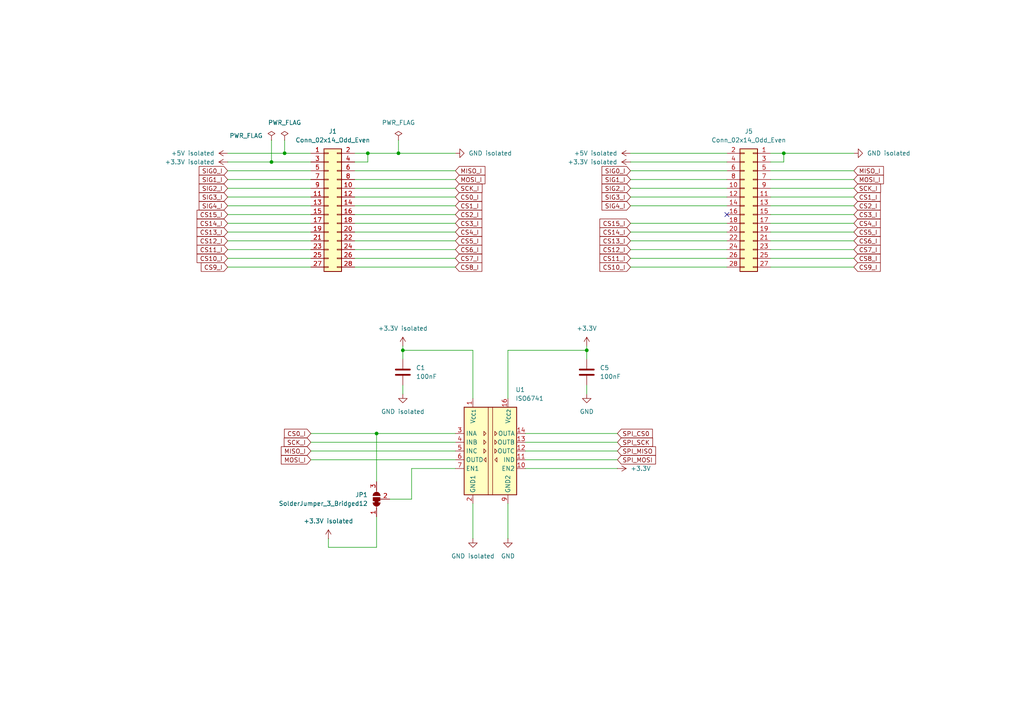
<source format=kicad_sch>
(kicad_sch (version 20231120) (generator "eeschema") (generator_version "8.0")
  (paper "A4")
  (title_block (title "PLC IO Module") (rev "1.0.0") (company "Dawid Kania"))
  (lib_symbols
    (symbol "Connector_Generic:Conn_02x14_Odd_Even" (pin_names (offset 1.016) hide)
      (property "Reference" "J" (at 1.27 17.78 0))
      (property "Value" "Conn_02x14_Odd_Even" (at 1.27 -20.32 0))
      (symbol "Conn_02x14_Odd_Even_1_1"
        (rectangle (start -1.27 -17.653) (end 0 -17.907) (stroke (width 0.1524)))
        (rectangle (start -1.27 -15.113) (end 0 -15.367) (stroke (width 0.1524)))
        (rectangle (start -1.27 -12.573) (end 0 -12.827) (stroke (width 0.1524)))
        (rectangle (start -1.27 -10.033) (end 0 -10.287) (stroke (width 0.1524)))
        (rectangle (start -1.27 -7.493) (end 0 -7.747) (stroke (width 0.1524)))
        (rectangle (start -1.27 -4.953) (end 0 -5.207) (stroke (width 0.1524)))
        (rectangle (start -1.27 -2.413) (end 0 -2.667) (stroke (width 0.1524)))
        (rectangle (start -1.27 0.127) (end 0 -0.127) (stroke (width 0.1524)))
        (rectangle (start -1.27 2.667) (end 0 2.413) (stroke (width 0.1524)))
        (rectangle (start -1.27 5.207) (end 0 4.953) (stroke (width 0.1524)))
        (rectangle (start -1.27 7.747) (end 0 7.493) (stroke (width 0.1524)))
        (rectangle (start -1.27 10.287) (end 0 10.033) (stroke (width 0.1524)))
        (rectangle (start -1.27 12.827) (end 0 12.573) (stroke (width 0.1524)))
        (rectangle (start -1.27 15.367) (end 0 15.113) (stroke (width 0.1524)))
        (rectangle (start -1.27 16.51) (end 3.81 -19.05) (stroke (width 0.254)) (fill (type background)))
        (rectangle (start 3.81 -17.653) (end 2.54 -17.907) (stroke (width 0.1524)))
        (rectangle (start 3.81 -15.113) (end 2.54 -15.367) (stroke (width 0.1524)))
        (rectangle (start 3.81 -12.573) (end 2.54 -12.827) (stroke (width 0.1524)))
        (rectangle (start 3.81 -10.033) (end 2.54 -10.287) (stroke (width 0.1524)))
        (rectangle (start 3.81 -7.493) (end 2.54 -7.747) (stroke (width 0.1524)))
        (rectangle (start 3.81 -4.953) (end 2.54 -5.207) (stroke (width 0.1524)))
        (rectangle (start 3.81 -2.413) (end 2.54 -2.667) (stroke (width 0.1524)))
        (rectangle (start 3.81 0.127) (end 2.54 -0.127) (stroke (width 0.1524)))
        (rectangle (start 3.81 2.667) (end 2.54 2.413) (stroke (width 0.1524)))
        (rectangle (start 3.81 5.207) (end 2.54 4.953) (stroke (width 0.1524)))
        (rectangle (start 3.81 7.747) (end 2.54 7.493) (stroke (width 0.1524)))
        (rectangle (start 3.81 10.287) (end 2.54 10.033) (stroke (width 0.1524)))
        (rectangle (start 3.81 12.827) (end 2.54 12.573) (stroke (width 0.1524)))
        (rectangle (start 3.81 15.367) (end 2.54 15.113) (stroke (width 0.1524)))
        (pin passive line (at -5.08 15.24 0) (length 3.81) (name "Pin_1") (number "1"))
        (pin passive line (at 7.62 5.08 180) (length 3.81) (name "Pin_10") (number "10"))
        (pin passive line (at -5.08 2.54 0) (length 3.81) (name "Pin_11") (number "11"))
        (pin passive line (at 7.62 2.54 180) (length 3.81) (name "Pin_12") (number "12"))
        (pin passive line (at -5.08 0 0) (length 3.81) (name "Pin_13") (number "13"))
        (pin passive line (at 7.62 0 180) (length 3.81) (name "Pin_14") (number "14"))
        (pin passive line (at -5.08 -2.54 0) (length 3.81) (name "Pin_15") (number "15"))
        (pin passive line (at 7.62 -2.54 180) (length 3.81) (name "Pin_16") (number "16"))
        (pin passive line (at -5.08 -5.08 0) (length 3.81) (name "Pin_17") (number "17"))
        (pin passive line (at 7.62 -5.08 180) (length 3.81) (name "Pin_18") (number "18"))
        (pin passive line (at -5.08 -7.62 0) (length 3.81) (name "Pin_19") (number "19"))
        (pin passive line (at 7.62 15.24 180) (length 3.81) (name "Pin_2") (number "2"))
        (pin passive line (at 7.62 -7.62 180) (length 3.81) (name "Pin_20") (number "20"))
        (pin passive line (at -5.08 -10.16 0) (length 3.81) (name "Pin_21") (number "21"))
        (pin passive line (at 7.62 -10.16 180) (length 3.81) (name "Pin_22") (number "22"))
        (pin passive line (at -5.08 -12.7 0) (length 3.81) (name "Pin_23") (number "23"))
        (pin passive line (at 7.62 -12.7 180) (length 3.81) (name "Pin_24") (number "24"))
        (pin passive line (at -5.08 -15.24 0) (length 3.81) (name "Pin_25") (number "25"))
        (pin passive line (at 7.62 -15.24 180) (length 3.81) (name "Pin_26") (number "26"))
        (pin passive line (at -5.08 -17.78 0) (length 3.81) (name "Pin_27") (number "27"))
        (pin passive line (at 7.62 -17.78 180) (length 3.81) (name "Pin_28") (number "28"))
        (pin passive line (at -5.08 12.7 0) (length 3.81) (name "Pin_3") (number "3"))
        (pin passive line (at 7.62 12.7 180) (length 3.81) (name "Pin_4") (number "4"))
        (pin passive line (at -5.08 10.16 0) (length 3.81) (name "Pin_5") (number "5"))
        (pin passive line (at 7.62 10.16 180) (length 3.81) (name "Pin_6") (number "6"))
        (pin passive line (at -5.08 7.62 0) (length 3.81) (name "Pin_7") (number "7"))
        (pin passive line (at 7.62 7.62 180) (length 3.81) (name "Pin_8") (number "8"))
        (pin passive line (at -5.08 5.08 0) (length 3.81) (name "Pin_9") (number "9"))
      )
    )
    (symbol "Device:C" (pin_numbers hide) (pin_names (offset 0.254))
      (property "Reference" "C" (at 0.635 2.54 0))
      (property "Value" "C" (at 0.635 -2.54 0))
      (symbol "C_0_1"
        (polyline (pts (xy -2.032 -0.762) (xy 2.032 -0.762)) (stroke (width 0.508)))
        (polyline (pts (xy -2.032 0.762) (xy 2.032 0.762)) (stroke (width 0.508)))
      )
      (symbol "C_1_1"
        (pin passive line (at 0 3.81 270) (length 2.794) (name "~") (number "1"))
        (pin passive line (at 0 -3.81 90) (length 2.794) (name "~") (number "2"))
      )
    )
    (symbol "Isolator:ISO6741"
      (property "Reference" "U" (at 8.255 14.605 0))
      (property "Value" "ISO6741" (at 8.255 12.065 0))
      (symbol "ISO6741_0_1"
        (rectangle (start -7.62 12.7) (end 7.62 -12.7) (stroke (width 0.254)) (fill (type background)))
        (polyline (pts (xy -0.635 12.7) (xy -0.635 -12.7)))
        (polyline (pts (xy 0.635 12.7) (xy 0.635 -12.7)))
      )
      (symbol "ISO6741_1_1"
        (polyline (pts (xy -1.905 -0.635) (xy -1.27 0) (xy -1.905 0.635) (xy -1.905 -0.635)))
        (polyline (pts (xy -1.905 3.175) (xy -1.27 2.54) (xy -1.905 1.905) (xy -1.905 3.175)))
        (polyline (pts (xy -1.905 5.715) (xy -1.27 5.08) (xy -1.905 4.445) (xy -1.905 5.715)))
        (polyline (pts (xy -1.27 -3.175) (xy -1.905 -2.54) (xy -1.27 -1.905) (xy -1.27 -3.175)))
        (polyline (pts (xy 1.27 -0.635) (xy 1.905 0) (xy 1.27 0.635) (xy 1.27 -0.635)))
        (polyline (pts (xy 1.27 3.175) (xy 1.905 2.54) (xy 1.27 1.905) (xy 1.27 3.175)))
        (polyline (pts (xy 1.27 5.715) (xy 1.905 5.08) (xy 1.27 4.445) (xy 1.27 5.715)))
        (polyline (pts (xy 1.905 -3.175) (xy 1.27 -2.54) (xy 1.905 -1.905) (xy 1.905 -3.175)))
        (pin power_in line (at -5.08 15.24 270) (length 2.54) (name "V_{CC1}") (number "1"))
        (pin input line (at 10.16 -5.08 180) (length 2.54) (name "EN2") (number "10"))
        (pin input line (at 10.16 -2.54 180) (length 2.54) (name "IND") (number "11"))
        (pin output line (at 10.16 0 180) (length 2.54) (name "OUTC") (number "12"))
        (pin output line (at 10.16 2.54 180) (length 2.54) (name "OUTB") (number "13"))
        (pin output line (at 10.16 5.08 180) (length 2.54) (name "OUTA") (number "14"))
        (pin passive line (at 5.08 -15.24 90) (length 2.54) hide (name "GND2") (number "15"))
        (pin power_in line (at 5.08 15.24 270) (length 2.54) (name "V_{CC2}") (number "16"))
        (pin power_in line (at -5.08 -15.24 90) (length 2.54) (name "GND1") (number "2"))
        (pin input line (at -10.16 5.08 0) (length 2.54) (name "INA") (number "3"))
        (pin input line (at -10.16 2.54 0) (length 2.54) (name "INB") (number "4"))
        (pin input line (at -10.16 0 0) (length 2.54) (name "INC") (number "5"))
        (pin output line (at -10.16 -2.54 0) (length 2.54) (name "OUTD") (number "6"))
        (pin input line (at -10.16 -5.08 0) (length 2.54) (name "EN1") (number "7"))
        (pin passive line (at -5.08 -15.24 90) (length 2.54) hide (name "GND1") (number "8"))
        (pin power_in line (at 5.08 -15.24 90) (length 2.54) (name "GND2") (number "9"))
      )
    )
    (symbol "Jumper:SolderJumper_3_Bridged12" (pin_names (offset 0) hide)
      (property "Reference" "JP" (at -2.54 -2.54 0))
      (property "Value" "SolderJumper_3_Bridged12" (at 0 2.794 0))
      (symbol "SolderJumper_3_Bridged12_0_1"
        (rectangle (start -1.016 0.508) (end -0.508 -0.508) (fill (type outline)))
        (arc (start -1.016 1.016) (mid -2.0276 0) (end -1.016 -1.016))
        (arc (start -1.016 1.016) (mid -2.0276 0) (end -1.016 -1.016) (fill (type outline)))
        (rectangle (start -0.508 1.016) (end 0.508 -1.016) (fill (type outline)))
        (polyline (pts (xy -2.54 0) (xy -2.032 0)))
        (polyline (pts (xy -1.016 1.016) (xy -1.016 -1.016)))
        (polyline (pts (xy 0 -1.27) (xy 0 -1.016)))
        (polyline (pts (xy 1.016 1.016) (xy 1.016 -1.016)))
        (polyline (pts (xy 2.54 0) (xy 2.032 0)))
        (arc (start 1.016 -1.016) (mid 2.0276 0) (end 1.016 1.016))
        (arc (start 1.016 -1.016) (mid 2.0276 0) (end 1.016 1.016) (fill (type outline)))
      )
      (symbol "SolderJumper_3_Bridged12_1_1"
        (pin passive line (at -5.08 0 0) (length 2.54) (name "A") (number "1"))
        (pin passive line (at 0 -3.81 90) (length 2.54) (name "C") (number "2"))
        (pin passive line (at 5.08 0 180) (length 2.54) (name "B") (number "3"))
      )
    )
    (symbol "power:+3.3V" (power) (pin_numbers hide) (pin_names (offset 0) hide)
      (property "Value" "+3.3V" (at 0 3.556 0))
      (symbol "+3.3V_0_1"
        (polyline (pts (xy -0.762 1.27) (xy 0 2.54)))
        (polyline (pts (xy 0 0) (xy 0 2.54)))
        (polyline (pts (xy 0 2.54) (xy 0.762 1.27)))
      )
      (symbol "+3.3V_1_1"
        (pin power_in line (at 0 0 90) (length 0) (name "~") (number "1"))
      )
    )
    (symbol "power:+5V" (power) (pin_numbers hide) (pin_names (offset 0) hide)
      (property "Value" "+5V" (at 0 3.556 0))
      (symbol "+5V_0_1"
        (polyline (pts (xy -0.762 1.27) (xy 0 2.54)))
        (polyline (pts (xy 0 0) (xy 0 2.54)))
        (polyline (pts (xy 0 2.54) (xy 0.762 1.27)))
      )
      (symbol "+5V_1_1"
        (pin power_in line (at 0 0 90) (length 0) (name "~") (number "1"))
      )
    )
    (symbol "power:GND" (power) (pin_numbers hide) (pin_names (offset 0) hide)
      (property "Value" "GND" (at 0 -3.81 0))
      (symbol "GND_0_1"
        (polyline (pts (xy 0 0) (xy 0 -1.27) (xy 1.27 -1.27) (xy 0 -2.54) (xy -1.27 -1.27) (xy 0 -1.27)))
      )
      (symbol "GND_1_1"
        (pin power_in line (at 0 0 270) (length 0) (name "~") (number "1"))
      )
    )
    (symbol "power:PWR_FLAG" (power) (pin_numbers hide) (pin_names (offset 0) hide)
      (property "Value" "PWR_FLAG" (at 0 3.81 0))
      (symbol "PWR_FLAG_0_0"
        (pin power_out line (at 0 0 90) (length 0) (name "~") (number "1"))
      )
      (symbol "PWR_FLAG_0_1"
        (polyline (pts (xy 0 0) (xy 0 1.27) (xy -1.016 1.905) (xy 0 2.54) (xy 1.016 1.905) (xy 0 1.27)))
      )
    )
  )
  (junction (at 227.33 44.45))
  (junction (at 109.22 125.73))
  (junction (at 78.74 46.99))
  (junction (at 82.55 44.45))
  (junction (at 170.18 101.6))
  (junction (at 115.57 44.45))
  (junction (at 106.68 44.45))
  (junction (at 116.84 101.6))
  (no_connect (at 210.82 62.23))
  (wire (pts (xy 223.52 59.69) (xy 247.65 59.69)))
  (wire (pts (xy 116.84 111.76) (xy 116.84 114.3)))
  (wire (pts (xy 90.17 44.45) (xy 82.55 44.45)))
  (wire (pts (xy 102.87 49.53) (xy 132.08 49.53)))
  (wire (pts (xy 66.04 49.53) (xy 90.17 49.53)))
  (wire (pts (xy 182.88 52.07) (xy 210.82 52.07)))
  (wire (pts (xy 95.25 158.75) (xy 109.22 158.75)))
  (wire (pts (xy 210.82 44.45) (xy 182.88 44.45)))
  (wire (pts (xy 119.38 135.89) (xy 119.38 144.78)))
  (wire (pts (xy 66.04 54.61) (xy 90.17 54.61)))
  (wire (pts (xy 102.87 59.69) (xy 132.08 59.69)))
  (wire (pts (xy 182.88 77.47) (xy 210.82 77.47)))
  (wire (pts (xy 66.04 67.31) (xy 90.17 67.31)))
  (wire (pts (xy 182.88 64.77) (xy 210.82 64.77)))
  (wire (pts (xy 182.88 57.15) (xy 210.82 57.15)))
  (wire (pts (xy 109.22 125.73) (xy 109.22 139.7)))
  (wire (pts (xy 90.17 125.73) (xy 109.22 125.73)))
  (wire (pts (xy 223.52 57.15) (xy 247.65 57.15)))
  (wire (pts (xy 223.52 74.93) (xy 247.65 74.93)))
  (wire (pts (xy 102.87 72.39) (xy 132.08 72.39)))
  (wire (pts (xy 66.04 59.69) (xy 90.17 59.69)))
  (wire (pts (xy 102.87 69.85) (xy 132.08 69.85)))
  (wire (pts (xy 102.87 64.77) (xy 132.08 64.77)))
  (wire (pts (xy 223.52 44.45) (xy 227.33 44.45)))
  (wire (pts (xy 182.88 46.99) (xy 210.82 46.99)))
  (wire (pts (xy 132.08 135.89) (xy 119.38 135.89)))
  (wire (pts (xy 106.68 44.45) (xy 115.57 44.45)))
  (wire (pts (xy 137.16 101.6) (xy 116.84 101.6)))
  (wire (pts (xy 152.4 135.89) (xy 179.07 135.89)))
  (wire (pts (xy 152.4 125.73) (xy 179.07 125.73)))
  (wire (pts (xy 170.18 100.33) (xy 170.18 101.6)))
  (wire (pts (xy 102.87 52.07) (xy 132.08 52.07)))
  (wire (pts (xy 102.87 57.15) (xy 132.08 57.15)))
  (wire (pts (xy 106.68 46.99) (xy 106.68 44.45)))
  (wire (pts (xy 170.18 111.76) (xy 170.18 114.3)))
  (wire (pts (xy 223.52 64.77) (xy 247.65 64.77)))
  (wire (pts (xy 182.88 54.61) (xy 210.82 54.61)))
  (wire (pts (xy 66.04 52.07) (xy 90.17 52.07)))
  (wire (pts (xy 182.88 74.93) (xy 210.82 74.93)))
  (wire (pts (xy 152.4 130.81) (xy 179.07 130.81)))
  (wire (pts (xy 152.4 128.27) (xy 179.07 128.27)))
  (wire (pts (xy 82.55 44.45) (xy 66.04 44.45)))
  (wire (pts (xy 182.88 72.39) (xy 210.82 72.39)))
  (wire (pts (xy 102.87 62.23) (xy 132.08 62.23)))
  (wire (pts (xy 66.04 57.15) (xy 90.17 57.15)))
  (wire (pts (xy 66.04 77.47) (xy 90.17 77.47)))
  (wire (pts (xy 66.04 46.99) (xy 78.74 46.99)))
  (wire (pts (xy 102.87 54.61) (xy 132.08 54.61)))
  (wire (pts (xy 223.52 77.47) (xy 247.65 77.47)))
  (wire (pts (xy 182.88 59.69) (xy 210.82 59.69)))
  (wire (pts (xy 227.33 46.99) (xy 227.33 44.45)))
  (wire (pts (xy 223.52 62.23) (xy 247.65 62.23)))
  (wire (pts (xy 223.52 69.85) (xy 247.65 69.85)))
  (wire (pts (xy 223.52 54.61) (xy 247.65 54.61)))
  (wire (pts (xy 90.17 130.81) (xy 132.08 130.81)))
  (wire (pts (xy 115.57 40.64) (xy 115.57 44.45)))
  (wire (pts (xy 227.33 44.45) (xy 247.65 44.45)))
  (wire (pts (xy 137.16 101.6) (xy 137.16 115.57)))
  (wire (pts (xy 223.52 67.31) (xy 247.65 67.31)))
  (wire (pts (xy 66.04 62.23) (xy 90.17 62.23)))
  (wire (pts (xy 147.32 101.6) (xy 147.32 115.57)))
  (wire (pts (xy 102.87 44.45) (xy 106.68 44.45)))
  (wire (pts (xy 182.88 49.53) (xy 210.82 49.53)))
  (wire (pts (xy 66.04 74.93) (xy 90.17 74.93)))
  (wire (pts (xy 223.52 52.07) (xy 247.65 52.07)))
  (wire (pts (xy 102.87 67.31) (xy 132.08 67.31)))
  (wire (pts (xy 116.84 100.33) (xy 116.84 101.6)))
  (wire (pts (xy 170.18 101.6) (xy 147.32 101.6)))
  (wire (pts (xy 90.17 133.35) (xy 132.08 133.35)))
  (wire (pts (xy 182.88 69.85) (xy 210.82 69.85)))
  (wire (pts (xy 66.04 72.39) (xy 90.17 72.39)))
  (wire (pts (xy 223.52 49.53) (xy 247.65 49.53)))
  (wire (pts (xy 90.17 128.27) (xy 132.08 128.27)))
  (wire (pts (xy 116.84 101.6) (xy 116.84 104.14)))
  (wire (pts (xy 66.04 69.85) (xy 90.17 69.85)))
  (wire (pts (xy 119.38 144.78) (xy 113.03 144.78)))
  (wire (pts (xy 82.55 40.64) (xy 82.55 44.45)))
  (wire (pts (xy 170.18 101.6) (xy 170.18 104.14)))
  (wire (pts (xy 115.57 44.45) (xy 132.08 44.45)))
  (wire (pts (xy 66.04 64.77) (xy 90.17 64.77)))
  (wire (pts (xy 137.16 156.21) (xy 137.16 146.05)))
  (wire (pts (xy 223.52 72.39) (xy 247.65 72.39)))
  (wire (pts (xy 78.74 40.64) (xy 78.74 46.99)))
  (wire (pts (xy 152.4 133.35) (xy 179.07 133.35)))
  (wire (pts (xy 78.74 46.99) (xy 90.17 46.99)))
  (wire (pts (xy 109.22 125.73) (xy 132.08 125.73)))
  (wire (pts (xy 102.87 77.47) (xy 132.08 77.47)))
  (wire (pts (xy 182.88 67.31) (xy 210.82 67.31)))
  (wire (pts (xy 102.87 74.93) (xy 132.08 74.93)))
  (wire (pts (xy 102.87 46.99) (xy 106.68 46.99)))
  (wire (pts (xy 147.32 156.21) (xy 147.32 146.05)))
  (wire (pts (xy 223.52 46.99) (xy 227.33 46.99)))
  (wire (pts (xy 109.22 158.75) (xy 109.22 149.86)))
  (wire (pts (xy 95.25 158.75) (xy 95.25 156.21)))
  (global_label "CS2_I" (shape input) (at 132.08 62.23 0) (property "Intersheetrefs" "${INTERSHEET_REFS}" (effects (hide yes))))
  (global_label "CS8_I" (shape input) (at 132.08 77.47 0) (property "Intersheetrefs" "${INTERSHEET_REFS}" (effects (hide yes))))
  (global_label "CS4_I" (shape input) (at 132.08 67.31 0) (property "Intersheetrefs" "${INTERSHEET_REFS}" (effects (hide yes))))
  (global_label "CS11_I" (shape input) (at 66.04 72.39 180) (property "Intersheetrefs" "${INTERSHEET_REFS}" (effects (hide yes))))
  (global_label "MOSI_I" (shape input) (at 90.17 133.35 180) (property "Intersheetrefs" "${INTERSHEET_REFS}" (effects (hide yes))))
  (global_label "SPI_MOSI" (shape input) (at 179.07 133.35 0) (property "Intersheetrefs" "${INTERSHEET_REFS}" (effects (hide yes))))
  (global_label "MISO_I" (shape input) (at 247.65 49.53 0) (property "Intersheetrefs" "${INTERSHEET_REFS}" (effects (hide yes))))
  (global_label "CS2_I" (shape input) (at 247.65 59.69 0) (property "Intersheetrefs" "${INTERSHEET_REFS}" (effects (hide yes))))
  (global_label "CS10_I" (shape input) (at 66.04 74.93 180) (property "Intersheetrefs" "${INTERSHEET_REFS}" (effects (hide yes))))
  (global_label "CS4_I" (shape input) (at 247.65 64.77 0) (property "Intersheetrefs" "${INTERSHEET_REFS}" (effects (hide yes))))
  (global_label "SIG2_I" (shape input) (at 66.04 54.61 180) (property "Intersheetrefs" "${INTERSHEET_REFS}" (effects (hide yes))))
  (global_label "SPI_SCK" (shape input) (at 179.07 128.27 0) (property "Intersheetrefs" "${INTERSHEET_REFS}" (effects (hide yes))))
  (global_label "SIG0_I" (shape input) (at 66.04 49.53 180) (property "Intersheetrefs" "${INTERSHEET_REFS}" (effects (hide yes))))
  (global_label "SPI_MISO" (shape input) (at 179.07 130.81 0) (property "Intersheetrefs" "${INTERSHEET_REFS}" (effects (hide yes))))
  (global_label "MOSI_I" (shape input) (at 247.65 52.07 0) (property "Intersheetrefs" "${INTERSHEET_REFS}" (effects (hide yes))))
  (global_label "CS0_I" (shape input) (at 90.17 125.73 180) (property "Intersheetrefs" "${INTERSHEET_REFS}" (effects (hide yes))))
  (global_label "SIG3_I" (shape input) (at 182.88 57.15 180) (property "Intersheetrefs" "${INTERSHEET_REFS}" (effects (hide yes))))
  (global_label "CS7_I" (shape input) (at 132.08 74.93 0) (property "Intersheetrefs" "${INTERSHEET_REFS}" (effects (hide yes))))
  (global_label "CS14_I" (shape input) (at 66.04 64.77 180) (property "Intersheetrefs" "${INTERSHEET_REFS}" (effects (hide yes))))
  (global_label "CS6_I" (shape input) (at 247.65 69.85 0) (property "Intersheetrefs" "${INTERSHEET_REFS}" (effects (hide yes))))
  (global_label "MOSI_I" (shape input) (at 132.08 52.07 0) (property "Intersheetrefs" "${INTERSHEET_REFS}" (effects (hide yes))))
  (global_label "SCK_I" (shape input) (at 90.17 128.27 180) (property "Intersheetrefs" "${INTERSHEET_REFS}" (effects (hide yes))))
  (global_label "SIG4_I" (shape input) (at 66.04 59.69 180) (property "Intersheetrefs" "${INTERSHEET_REFS}" (effects (hide yes))))
  (global_label "SIG1_I" (shape input) (at 182.88 52.07 180) (property "Intersheetrefs" "${INTERSHEET_REFS}" (effects (hide yes))))
  (global_label "SIG3_I" (shape input) (at 66.04 57.15 180) (property "Intersheetrefs" "${INTERSHEET_REFS}" (effects (hide yes))))
  (global_label "CS1_I" (shape input) (at 247.65 57.15 0) (property "Intersheetrefs" "${INTERSHEET_REFS}" (effects (hide yes))))
  (global_label "SCK_I" (shape input) (at 132.08 54.61 0) (property "Intersheetrefs" "${INTERSHEET_REFS}" (effects (hide yes))))
  (global_label "CS11_I" (shape input) (at 182.88 74.93 180) (property "Intersheetrefs" "${INTERSHEET_REFS}" (effects (hide yes))))
  (global_label "CS12_I" (shape input) (at 182.88 72.39 180) (property "Intersheetrefs" "${INTERSHEET_REFS}" (effects (hide yes))))
  (global_label "CS0_I" (shape input) (at 132.08 57.15 0) (property "Intersheetrefs" "${INTERSHEET_REFS}" (effects (hide yes))))
  (global_label "CS13_I" (shape input) (at 66.04 67.31 180) (property "Intersheetrefs" "${INTERSHEET_REFS}" (effects (hide yes))))
  (global_label "MISO_I" (shape input) (at 90.17 130.81 180) (property "Intersheetrefs" "${INTERSHEET_REFS}" (effects (hide yes))))
  (global_label "CS14_I" (shape input) (at 182.88 67.31 180) (property "Intersheetrefs" "${INTERSHEET_REFS}" (effects (hide yes))))
  (global_label "CS3_I" (shape input) (at 247.65 62.23 0) (property "Intersheetrefs" "${INTERSHEET_REFS}" (effects (hide yes))))
  (global_label "CS15_I" (shape input) (at 66.04 62.23 180) (property "Intersheetrefs" "${INTERSHEET_REFS}" (effects (hide yes))))
  (global_label "CS5_I" (shape input) (at 132.08 69.85 0) (property "Intersheetrefs" "${INTERSHEET_REFS}" (effects (hide yes))))
  (global_label "CS5_I" (shape input) (at 247.65 67.31 0) (property "Intersheetrefs" "${INTERSHEET_REFS}" (effects (hide yes))))
  (global_label "SIG2_I" (shape input) (at 182.88 54.61 180) (property "Intersheetrefs" "${INTERSHEET_REFS}" (effects (hide yes))))
  (global_label "CS9_I" (shape input) (at 247.65 77.47 0) (property "Intersheetrefs" "${INTERSHEET_REFS}" (effects (hide yes))))
  (global_label "CS10_I" (shape input) (at 182.88 77.47 180) (property "Intersheetrefs" "${INTERSHEET_REFS}" (effects (hide yes))))
  (global_label "CS15_I" (shape input) (at 182.88 64.77 180) (property "Intersheetrefs" "${INTERSHEET_REFS}" (effects (hide yes))))
  (global_label "SPI_CS0" (shape input) (at 179.07 125.73 0) (property "Intersheetrefs" "${INTERSHEET_REFS}" (effects (hide yes))))
  (global_label "CS1_I" (shape input) (at 132.08 59.69 0) (property "Intersheetrefs" "${INTERSHEET_REFS}" (effects (hide yes))))
  (global_label "CS8_I" (shape input) (at 247.65 74.93 0) (property "Intersheetrefs" "${INTERSHEET_REFS}" (effects (hide yes))))
  (global_label "CS3_I" (shape input) (at 132.08 64.77 0) (property "Intersheetrefs" "${INTERSHEET_REFS}" (effects (hide yes))))
  (global_label "MISO_I" (shape input) (at 132.08 49.53 0) (property "Intersheetrefs" "${INTERSHEET_REFS}" (effects (hide yes))))
  (global_label "SIG1_I" (shape input) (at 66.04 52.07 180) (property "Intersheetrefs" "${INTERSHEET_REFS}" (effects (hide yes))))
  (global_label "CS7_I" (shape input) (at 247.65 72.39 0) (property "Intersheetrefs" "${INTERSHEET_REFS}" (effects (hide yes))))
  (global_label "SCK_I" (shape input) (at 247.65 54.61 0) (property "Intersheetrefs" "${INTERSHEET_REFS}" (effects (hide yes))))
  (global_label "SIG0_I" (shape input) (at 182.88 49.53 180) (property "Intersheetrefs" "${INTERSHEET_REFS}" (effects (hide yes))))
  (global_label "CS13_I" (shape input) (at 182.88 69.85 180) (property "Intersheetrefs" "${INTERSHEET_REFS}" (effects (hide yes))))
  (global_label "CS9_I" (shape input) (at 66.04 77.47 180) (property "Intersheetrefs" "${INTERSHEET_REFS}" (effects (hide yes))))
  (global_label "CS6_I" (shape input) (at 132.08 72.39 0) (property "Intersheetrefs" "${INTERSHEET_REFS}" (effects (hide yes))))
  (global_label "SIG4_I" (shape input) (at 182.88 59.69 180) (property "Intersheetrefs" "${INTERSHEET_REFS}" (effects (hide yes))))
  (global_label "CS12_I" (shape input) (at 66.04 69.85 180) (property "Intersheetrefs" "${INTERSHEET_REFS}" (effects (hide yes))))
  (symbol (lib_id "power:GND") (at 132.08 44.45 90) (unit 1)
    (property "Reference" "#PWR0603" (effects (hide yes)))
    (property "Value" "GND isolated" (at 135.89 44.4499 90) (effects (justify right)))
    (property "Description" "Power symbol creates a global label with name \"GND\" , ground" (effects (hide yes)))
  )
  (symbol (lib_id "power:GND") (at 147.32 156.21 0) (unit 1)
    (property "Reference" "#PWR0620" (effects (hide yes)))
    (property "Value" "GND" (at 147.32 161.29 0))
    (property "Description" "Power symbol creates a global label with name \"GND\" , ground" (effects (hide yes)))
  )
  (symbol (lib_id "Connector_Generic:Conn_02x14_Odd_Even") (at 95.25 59.69 0) (unit 1)
    (property "Reference" "J1" (at 96.52 38.1 0))
    (property "Value" "Conn_02x14_Odd_Even" (at 96.52 40.64 0))
    (property "Footprint" "Connector_PinHeader_2.54mm:PinHeader_2x14_P2.54mm_Vertical_SMD" (effects (hide yes)))
    (property "Description" "Generic connector, double row, 02x14, odd/even pin numbering scheme (row 1 odd numbers, row 2 even numbers), script generated (kicad-library-utils/schlib/autogen/connector/)" (effects (hide yes)))
  )
  (symbol (lib_id "power:+5V") (at 66.04 44.45 90) (unit 1)
    (property "Reference" "#PWR0601" (effects (hide yes)))
    (property "Value" "+5V isolated" (at 62.23 44.4499 90) (effects (justify left)))
    (property "Description" "Power symbol creates a global label with name \"+5V\"" (effects (hide yes)))
  )
  (symbol (lib_id "power:PWR_FLAG") (at 78.74 40.64 0) (unit 1)
    (property "Reference" "#FLG0602" (effects (hide yes)))
    (property "Value" "PWR_FLAG" (at 76.2 39.3699 0) (effects (justify right)))
    (property "Description" "Special symbol for telling ERC where power comes from" (effects (hide yes)))
  )
  (symbol (lib_id "power:+5V") (at 66.04 46.99 90) (unit 1)
    (property "Reference" "#PWR0602" (effects (hide yes)))
    (property "Value" "+3.3V isolated" (at 62.23 46.9899 90) (effects (justify left)))
    (property "Description" "Power symbol creates a global label with name \"+5V\"" (effects (hide yes)))
  )
  (symbol (lib_id "power:PWR_FLAG") (at 115.57 40.64 0) (unit 1)
    (property "Reference" "#FLG0603" (effects (hide yes)))
    (property "Value" "PWR_FLAG" (at 115.57 35.56 0))
    (property "Description" "Special symbol for telling ERC where power comes from" (effects (hide yes)))
  )
  (symbol (lib_id "power:GND") (at 116.84 114.3 0) (unit 1)
    (property "Reference" "#PWR0616" (effects (hide yes)))
    (property "Value" "GND isolated" (at 116.84 119.38 0))
    (property "Description" "Power symbol creates a global label with name \"GND\" , ground" (effects (hide yes)))
  )
  (symbol (lib_id "power:PWR_FLAG") (at 82.55 40.64 0) (unit 1)
    (property "Reference" "#FLG0601" (effects (hide yes)))
    (property "Value" "PWR_FLAG" (at 82.55 35.56 0))
    (property "Description" "Special symbol for telling ERC where power comes from" (effects (hide yes)))
  )
  (symbol (lib_id "power:+3.3V") (at 170.18 100.33 0) (unit 1)
    (property "Reference" "#PWR0617" (effects (hide yes)))
    (property "Value" "+3.3V" (at 170.18 95.25 0))
    (property "Description" "Power symbol creates a global label with name \"+3.3V\"" (effects (hide yes)))
  )
  (symbol (lib_id "Device:C") (at 170.18 107.95 0) (unit 1)
    (property "Reference" "C5" (at 173.99 106.6799 0) (effects (justify left)))
    (property "Value" "100nF" (at 173.99 109.2199 0) (effects (justify left)))
    (property "Footprint" "Capacitor_SMD:C_1206_3216Metric_Pad1.33x1.80mm_HandSolder" (effects (hide yes)))
    (property "Description" "Unpolarized capacitor" (effects (hide yes)))
  )
  (symbol (lib_id "power:+5V") (at 95.25 156.21 0) (unit 1)
    (property "Reference" "#PWR0604" (effects (hide yes)))
    (property "Value" "+3.3V isolated" (at 95.25 151.13 0))
    (property "Description" "Power symbol creates a global label with name \"+5V\"" (effects (hide yes)))
  )
  (symbol (lib_id "power:+5V") (at 116.84 100.33 0) (unit 1)
    (property "Reference" "#PWR0615" (effects (hide yes)))
    (property "Value" "+3.3V isolated" (at 116.84 95.25 0))
    (property "Description" "Power symbol creates a global label with name \"+5V\"" (effects (hide yes)))
  )
  (symbol (lib_id "power:+3.3V") (at 179.07 135.89 270) (unit 1)
    (property "Reference" "#PWR0605" (effects (hide yes)))
    (property "Value" "+3.3V" (at 182.88 135.8899 90) (effects (justify left)))
    (property "Description" "Power symbol creates a global label with name \"+3.3V\"" (effects (hide yes)))
  )
  (symbol (lib_id "Jumper:SolderJumper_3_Bridged12") (at 109.22 144.78 90) (unit 1)
    (property "Reference" "JP1" (at 106.68 143.5099 90) (effects (justify left)))
    (property "Value" "SolderJumper_3_Bridged12" (at 106.68 146.0499 90) (effects (justify left)))
    (property "Footprint" "Jumper:SolderJumper-3_P1.3mm_Bridged12_Pad1.0x1.5mm" (effects (hide yes)))
    (property "Description" "3-pole Solder Jumper, pins 1+2 closed/bridged" (effects (hide yes)))
  )
  (symbol (lib_id "Connector_Generic:Conn_02x14_Odd_Even") (at 218.44 59.69 0) (mirror y) (unit 1)
    (property "Reference" "J5" (at 217.17 38.1 0))
    (property "Value" "Conn_02x14_Odd_Even" (at 217.17 40.64 0))
    (property "Footprint" "Connector_PinHeader_2.54mm:PinHeader_2x14_P2.54mm_Vertical_SMD" (effects (hide yes)))
    (property "Description" "Generic connector, double row, 02x14, odd/even pin numbering scheme (row 1 odd numbers, row 2 even numbers), script generated (kicad-library-utils/schlib/autogen/connector/)" (effects (hide yes)))
  )
  (symbol (lib_id "Isolator:ISO6741") (at 142.24 130.81 0) (unit 1)
    (property "Reference" "U1" (at 149.5141 113.03 0) (effects (justify left)))
    (property "Value" "ISO6741" (at 149.5141 115.57 0) (effects (justify left)))
    (property "Footprint" "Package_SO:SOIC-16W_7.5x10.3mm_P1.27mm" (effects (hide yes)))
    (property "Datasheet" "https://www.ti.com/lit/ds/symlink/iso6741.pdf" (effects (hide yes)))
    (property "Description" "General-purpose, quad-channel, 3/1 digital isolator" (effects (hide yes)))
  )
  (symbol (lib_id "power:+5V") (at 182.88 44.45 90) (unit 1)
    (property "Reference" "#PWR0611" (effects (hide yes)))
    (property "Value" "+5V isolated" (at 179.07 44.4499 90) (effects (justify left)))
    (property "Description" "Power symbol creates a global label with name \"+5V\"" (effects (hide yes)))
  )
  (symbol (lib_id "Device:C") (at 116.84 107.95 0) (unit 1)
    (property "Reference" "C1" (at 120.65 106.6799 0) (effects (justify left)))
    (property "Value" "100nF" (at 120.65 109.2199 0) (effects (justify left)))
    (property "Footprint" "Capacitor_SMD:C_1206_3216Metric_Pad1.33x1.80mm_HandSolder" (effects (hide yes)))
    (property "Description" "Unpolarized capacitor" (effects (hide yes)))
  )
  (symbol (lib_id "power:GND") (at 137.16 156.21 0) (unit 1)
    (property "Reference" "#PWR0619" (effects (hide yes)))
    (property "Value" "GND isolated" (at 137.16 161.29 0))
    (property "Description" "Power symbol creates a global label with name \"GND\" , ground" (effects (hide yes)))
  )
  (symbol (lib_id "power:GND") (at 247.65 44.45 90) (unit 1)
    (property "Reference" "#PWR0613" (effects (hide yes)))
    (property "Value" "GND isolated" (at 251.46 44.4499 90) (effects (justify right)))
    (property "Description" "Power symbol creates a global label with name \"GND\" , ground" (effects (hide yes)))
  )
  (symbol (lib_id "power:+5V") (at 182.88 46.99 90) (unit 1)
    (property "Reference" "#PWR0612" (effects (hide yes)))
    (property "Value" "+3.3V isolated" (at 179.07 46.9899 90) (effects (justify left)))
    (property "Description" "Power symbol creates a global label with name \"+5V\"" (effects (hide yes)))
  )
  (symbol (lib_id "power:GND") (at 170.18 114.3 0) (unit 1)
    (property "Reference" "#PWR0618" (effects (hide yes)))
    (property "Value" "GND" (at 170.18 119.38 0))
    (property "Description" "Power symbol creates a global label with name \"GND\" , ground" (effects (hide yes)))
  )
)
</source>
